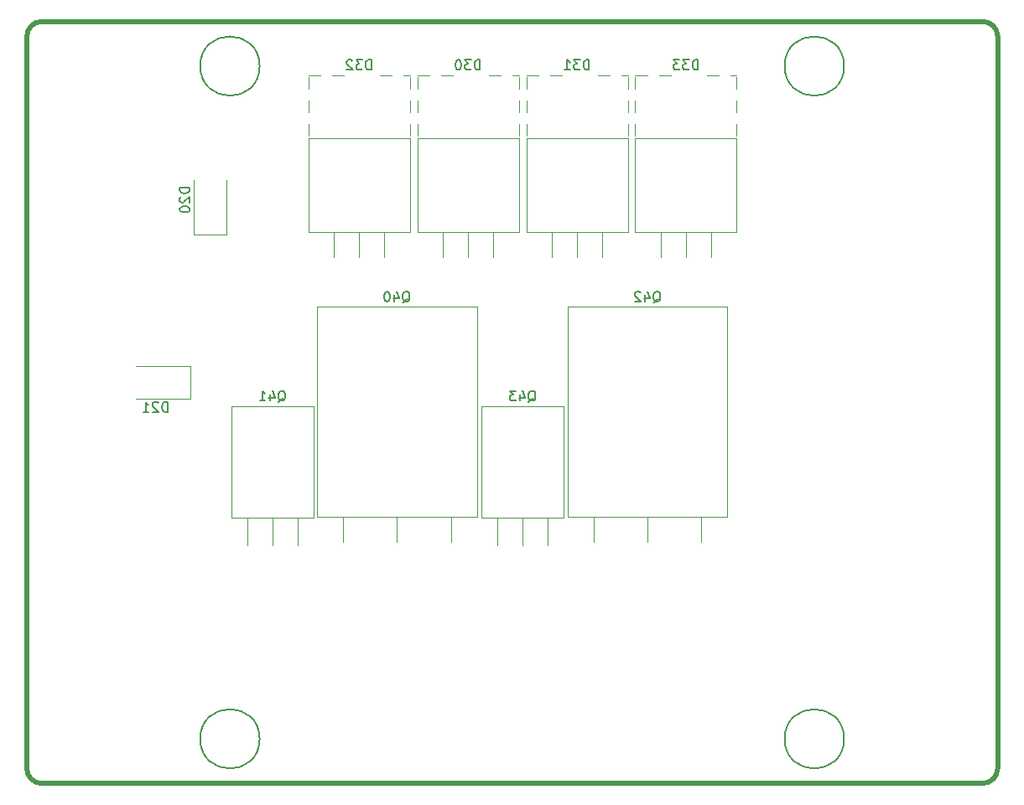
<source format=gbr>
%TF.GenerationSoftware,KiCad,Pcbnew,8.0.7-8.0.7-0~ubuntu22.04.1*%
%TF.CreationDate,2024-12-24T00:34:09+00:00*%
%TF.ProjectId,pcb_power,7063625f-706f-4776-9572-2e6b69636164,1.0.0*%
%TF.SameCoordinates,Original*%
%TF.FileFunction,Legend,Bot*%
%TF.FilePolarity,Positive*%
%FSLAX46Y46*%
G04 Gerber Fmt 4.6, Leading zero omitted, Abs format (unit mm)*
G04 Created by KiCad (PCBNEW 8.0.7-8.0.7-0~ubuntu22.04.1) date 2024-12-24 00:34:09*
%MOMM*%
%LPD*%
G01*
G04 APERTURE LIST*
%ADD10C,0.500000*%
%ADD11C,0.150000*%
%ADD12C,0.120000*%
G04 APERTURE END LIST*
D10*
X58500000Y-20500000D02*
X153500000Y-20500000D01*
D11*
X80500000Y-25000000D02*
G75*
G02*
X74500000Y-25000000I-3000000J0D01*
G01*
X74500000Y-25000000D02*
G75*
G02*
X80500000Y-25000000I3000000J0D01*
G01*
X80500000Y-93000000D02*
G75*
G02*
X74500000Y-93000000I-3000000J0D01*
G01*
X74500000Y-93000000D02*
G75*
G02*
X80500000Y-93000000I3000000J0D01*
G01*
D10*
X153500000Y-97500000D02*
X58500000Y-97500000D01*
X57000000Y-96000000D02*
X57000000Y-22000000D01*
D11*
X139500000Y-93000000D02*
G75*
G02*
X133500000Y-93000000I-3000000J0D01*
G01*
X133500000Y-93000000D02*
G75*
G02*
X139500000Y-93000000I3000000J0D01*
G01*
D10*
X57000000Y-22000000D02*
G75*
G02*
X58500000Y-20500000I1500000J0D01*
G01*
X58500000Y-97500000D02*
G75*
G02*
X57000000Y-96000000I0J1500000D01*
G01*
X155000000Y-22000000D02*
X155000000Y-96000000D01*
X153500000Y-20500000D02*
G75*
G02*
X155000000Y-22000000I0J-1500000D01*
G01*
X155000000Y-96000000D02*
G75*
G02*
X153500000Y-97500000I-1500000J0D01*
G01*
D11*
X139500000Y-25000000D02*
G75*
G02*
X133500000Y-25000000I-3000000J0D01*
G01*
X133500000Y-25000000D02*
G75*
G02*
X139500000Y-25000000I3000000J0D01*
G01*
X71214285Y-59954819D02*
X71214285Y-58954819D01*
X71214285Y-58954819D02*
X70976190Y-58954819D01*
X70976190Y-58954819D02*
X70833333Y-59002438D01*
X70833333Y-59002438D02*
X70738095Y-59097676D01*
X70738095Y-59097676D02*
X70690476Y-59192914D01*
X70690476Y-59192914D02*
X70642857Y-59383390D01*
X70642857Y-59383390D02*
X70642857Y-59526247D01*
X70642857Y-59526247D02*
X70690476Y-59716723D01*
X70690476Y-59716723D02*
X70738095Y-59811961D01*
X70738095Y-59811961D02*
X70833333Y-59907200D01*
X70833333Y-59907200D02*
X70976190Y-59954819D01*
X70976190Y-59954819D02*
X71214285Y-59954819D01*
X70261904Y-59050057D02*
X70214285Y-59002438D01*
X70214285Y-59002438D02*
X70119047Y-58954819D01*
X70119047Y-58954819D02*
X69880952Y-58954819D01*
X69880952Y-58954819D02*
X69785714Y-59002438D01*
X69785714Y-59002438D02*
X69738095Y-59050057D01*
X69738095Y-59050057D02*
X69690476Y-59145295D01*
X69690476Y-59145295D02*
X69690476Y-59240533D01*
X69690476Y-59240533D02*
X69738095Y-59383390D01*
X69738095Y-59383390D02*
X70309523Y-59954819D01*
X70309523Y-59954819D02*
X69690476Y-59954819D01*
X68738095Y-59954819D02*
X69309523Y-59954819D01*
X69023809Y-59954819D02*
X69023809Y-58954819D01*
X69023809Y-58954819D02*
X69119047Y-59097676D01*
X69119047Y-59097676D02*
X69214285Y-59192914D01*
X69214285Y-59192914D02*
X69309523Y-59240533D01*
X102754285Y-25374819D02*
X102754285Y-24374819D01*
X102754285Y-24374819D02*
X102516190Y-24374819D01*
X102516190Y-24374819D02*
X102373333Y-24422438D01*
X102373333Y-24422438D02*
X102278095Y-24517676D01*
X102278095Y-24517676D02*
X102230476Y-24612914D01*
X102230476Y-24612914D02*
X102182857Y-24803390D01*
X102182857Y-24803390D02*
X102182857Y-24946247D01*
X102182857Y-24946247D02*
X102230476Y-25136723D01*
X102230476Y-25136723D02*
X102278095Y-25231961D01*
X102278095Y-25231961D02*
X102373333Y-25327200D01*
X102373333Y-25327200D02*
X102516190Y-25374819D01*
X102516190Y-25374819D02*
X102754285Y-25374819D01*
X101849523Y-24374819D02*
X101230476Y-24374819D01*
X101230476Y-24374819D02*
X101563809Y-24755771D01*
X101563809Y-24755771D02*
X101420952Y-24755771D01*
X101420952Y-24755771D02*
X101325714Y-24803390D01*
X101325714Y-24803390D02*
X101278095Y-24851009D01*
X101278095Y-24851009D02*
X101230476Y-24946247D01*
X101230476Y-24946247D02*
X101230476Y-25184342D01*
X101230476Y-25184342D02*
X101278095Y-25279580D01*
X101278095Y-25279580D02*
X101325714Y-25327200D01*
X101325714Y-25327200D02*
X101420952Y-25374819D01*
X101420952Y-25374819D02*
X101706666Y-25374819D01*
X101706666Y-25374819D02*
X101801904Y-25327200D01*
X101801904Y-25327200D02*
X101849523Y-25279580D01*
X100611428Y-24374819D02*
X100516190Y-24374819D01*
X100516190Y-24374819D02*
X100420952Y-24422438D01*
X100420952Y-24422438D02*
X100373333Y-24470057D01*
X100373333Y-24470057D02*
X100325714Y-24565295D01*
X100325714Y-24565295D02*
X100278095Y-24755771D01*
X100278095Y-24755771D02*
X100278095Y-24993866D01*
X100278095Y-24993866D02*
X100325714Y-25184342D01*
X100325714Y-25184342D02*
X100373333Y-25279580D01*
X100373333Y-25279580D02*
X100420952Y-25327200D01*
X100420952Y-25327200D02*
X100516190Y-25374819D01*
X100516190Y-25374819D02*
X100611428Y-25374819D01*
X100611428Y-25374819D02*
X100706666Y-25327200D01*
X100706666Y-25327200D02*
X100754285Y-25279580D01*
X100754285Y-25279580D02*
X100801904Y-25184342D01*
X100801904Y-25184342D02*
X100849523Y-24993866D01*
X100849523Y-24993866D02*
X100849523Y-24755771D01*
X100849523Y-24755771D02*
X100801904Y-24565295D01*
X100801904Y-24565295D02*
X100754285Y-24470057D01*
X100754285Y-24470057D02*
X100706666Y-24422438D01*
X100706666Y-24422438D02*
X100611428Y-24374819D01*
X91754285Y-25374819D02*
X91754285Y-24374819D01*
X91754285Y-24374819D02*
X91516190Y-24374819D01*
X91516190Y-24374819D02*
X91373333Y-24422438D01*
X91373333Y-24422438D02*
X91278095Y-24517676D01*
X91278095Y-24517676D02*
X91230476Y-24612914D01*
X91230476Y-24612914D02*
X91182857Y-24803390D01*
X91182857Y-24803390D02*
X91182857Y-24946247D01*
X91182857Y-24946247D02*
X91230476Y-25136723D01*
X91230476Y-25136723D02*
X91278095Y-25231961D01*
X91278095Y-25231961D02*
X91373333Y-25327200D01*
X91373333Y-25327200D02*
X91516190Y-25374819D01*
X91516190Y-25374819D02*
X91754285Y-25374819D01*
X90849523Y-24374819D02*
X90230476Y-24374819D01*
X90230476Y-24374819D02*
X90563809Y-24755771D01*
X90563809Y-24755771D02*
X90420952Y-24755771D01*
X90420952Y-24755771D02*
X90325714Y-24803390D01*
X90325714Y-24803390D02*
X90278095Y-24851009D01*
X90278095Y-24851009D02*
X90230476Y-24946247D01*
X90230476Y-24946247D02*
X90230476Y-25184342D01*
X90230476Y-25184342D02*
X90278095Y-25279580D01*
X90278095Y-25279580D02*
X90325714Y-25327200D01*
X90325714Y-25327200D02*
X90420952Y-25374819D01*
X90420952Y-25374819D02*
X90706666Y-25374819D01*
X90706666Y-25374819D02*
X90801904Y-25327200D01*
X90801904Y-25327200D02*
X90849523Y-25279580D01*
X89849523Y-24470057D02*
X89801904Y-24422438D01*
X89801904Y-24422438D02*
X89706666Y-24374819D01*
X89706666Y-24374819D02*
X89468571Y-24374819D01*
X89468571Y-24374819D02*
X89373333Y-24422438D01*
X89373333Y-24422438D02*
X89325714Y-24470057D01*
X89325714Y-24470057D02*
X89278095Y-24565295D01*
X89278095Y-24565295D02*
X89278095Y-24660533D01*
X89278095Y-24660533D02*
X89325714Y-24803390D01*
X89325714Y-24803390D02*
X89897142Y-25374819D01*
X89897142Y-25374819D02*
X89278095Y-25374819D01*
X107611428Y-58930057D02*
X107706666Y-58882438D01*
X107706666Y-58882438D02*
X107801904Y-58787200D01*
X107801904Y-58787200D02*
X107944761Y-58644342D01*
X107944761Y-58644342D02*
X108039999Y-58596723D01*
X108039999Y-58596723D02*
X108135237Y-58596723D01*
X108087618Y-58834819D02*
X108182856Y-58787200D01*
X108182856Y-58787200D02*
X108278094Y-58691961D01*
X108278094Y-58691961D02*
X108325713Y-58501485D01*
X108325713Y-58501485D02*
X108325713Y-58168152D01*
X108325713Y-58168152D02*
X108278094Y-57977676D01*
X108278094Y-57977676D02*
X108182856Y-57882438D01*
X108182856Y-57882438D02*
X108087618Y-57834819D01*
X108087618Y-57834819D02*
X107897142Y-57834819D01*
X107897142Y-57834819D02*
X107801904Y-57882438D01*
X107801904Y-57882438D02*
X107706666Y-57977676D01*
X107706666Y-57977676D02*
X107659047Y-58168152D01*
X107659047Y-58168152D02*
X107659047Y-58501485D01*
X107659047Y-58501485D02*
X107706666Y-58691961D01*
X107706666Y-58691961D02*
X107801904Y-58787200D01*
X107801904Y-58787200D02*
X107897142Y-58834819D01*
X107897142Y-58834819D02*
X108087618Y-58834819D01*
X106801904Y-58168152D02*
X106801904Y-58834819D01*
X107039999Y-57787200D02*
X107278094Y-58501485D01*
X107278094Y-58501485D02*
X106659047Y-58501485D01*
X106373332Y-57834819D02*
X105754285Y-57834819D01*
X105754285Y-57834819D02*
X106087618Y-58215771D01*
X106087618Y-58215771D02*
X105944761Y-58215771D01*
X105944761Y-58215771D02*
X105849523Y-58263390D01*
X105849523Y-58263390D02*
X105801904Y-58311009D01*
X105801904Y-58311009D02*
X105754285Y-58406247D01*
X105754285Y-58406247D02*
X105754285Y-58644342D01*
X105754285Y-58644342D02*
X105801904Y-58739580D01*
X105801904Y-58739580D02*
X105849523Y-58787200D01*
X105849523Y-58787200D02*
X105944761Y-58834819D01*
X105944761Y-58834819D02*
X106230475Y-58834819D01*
X106230475Y-58834819D02*
X106325713Y-58787200D01*
X106325713Y-58787200D02*
X106373332Y-58739580D01*
X73432319Y-37285714D02*
X72432319Y-37285714D01*
X72432319Y-37285714D02*
X72432319Y-37523809D01*
X72432319Y-37523809D02*
X72479938Y-37666666D01*
X72479938Y-37666666D02*
X72575176Y-37761904D01*
X72575176Y-37761904D02*
X72670414Y-37809523D01*
X72670414Y-37809523D02*
X72860890Y-37857142D01*
X72860890Y-37857142D02*
X73003747Y-37857142D01*
X73003747Y-37857142D02*
X73194223Y-37809523D01*
X73194223Y-37809523D02*
X73289461Y-37761904D01*
X73289461Y-37761904D02*
X73384700Y-37666666D01*
X73384700Y-37666666D02*
X73432319Y-37523809D01*
X73432319Y-37523809D02*
X73432319Y-37285714D01*
X72527557Y-38238095D02*
X72479938Y-38285714D01*
X72479938Y-38285714D02*
X72432319Y-38380952D01*
X72432319Y-38380952D02*
X72432319Y-38619047D01*
X72432319Y-38619047D02*
X72479938Y-38714285D01*
X72479938Y-38714285D02*
X72527557Y-38761904D01*
X72527557Y-38761904D02*
X72622795Y-38809523D01*
X72622795Y-38809523D02*
X72718033Y-38809523D01*
X72718033Y-38809523D02*
X72860890Y-38761904D01*
X72860890Y-38761904D02*
X73432319Y-38190476D01*
X73432319Y-38190476D02*
X73432319Y-38809523D01*
X72432319Y-39428571D02*
X72432319Y-39523809D01*
X72432319Y-39523809D02*
X72479938Y-39619047D01*
X72479938Y-39619047D02*
X72527557Y-39666666D01*
X72527557Y-39666666D02*
X72622795Y-39714285D01*
X72622795Y-39714285D02*
X72813271Y-39761904D01*
X72813271Y-39761904D02*
X73051366Y-39761904D01*
X73051366Y-39761904D02*
X73241842Y-39714285D01*
X73241842Y-39714285D02*
X73337080Y-39666666D01*
X73337080Y-39666666D02*
X73384700Y-39619047D01*
X73384700Y-39619047D02*
X73432319Y-39523809D01*
X73432319Y-39523809D02*
X73432319Y-39428571D01*
X73432319Y-39428571D02*
X73384700Y-39333333D01*
X73384700Y-39333333D02*
X73337080Y-39285714D01*
X73337080Y-39285714D02*
X73241842Y-39238095D01*
X73241842Y-39238095D02*
X73051366Y-39190476D01*
X73051366Y-39190476D02*
X72813271Y-39190476D01*
X72813271Y-39190476D02*
X72622795Y-39238095D01*
X72622795Y-39238095D02*
X72527557Y-39285714D01*
X72527557Y-39285714D02*
X72479938Y-39333333D01*
X72479938Y-39333333D02*
X72432319Y-39428571D01*
X120221428Y-48900057D02*
X120316666Y-48852438D01*
X120316666Y-48852438D02*
X120411904Y-48757200D01*
X120411904Y-48757200D02*
X120554761Y-48614342D01*
X120554761Y-48614342D02*
X120649999Y-48566723D01*
X120649999Y-48566723D02*
X120745237Y-48566723D01*
X120697618Y-48804819D02*
X120792856Y-48757200D01*
X120792856Y-48757200D02*
X120888094Y-48661961D01*
X120888094Y-48661961D02*
X120935713Y-48471485D01*
X120935713Y-48471485D02*
X120935713Y-48138152D01*
X120935713Y-48138152D02*
X120888094Y-47947676D01*
X120888094Y-47947676D02*
X120792856Y-47852438D01*
X120792856Y-47852438D02*
X120697618Y-47804819D01*
X120697618Y-47804819D02*
X120507142Y-47804819D01*
X120507142Y-47804819D02*
X120411904Y-47852438D01*
X120411904Y-47852438D02*
X120316666Y-47947676D01*
X120316666Y-47947676D02*
X120269047Y-48138152D01*
X120269047Y-48138152D02*
X120269047Y-48471485D01*
X120269047Y-48471485D02*
X120316666Y-48661961D01*
X120316666Y-48661961D02*
X120411904Y-48757200D01*
X120411904Y-48757200D02*
X120507142Y-48804819D01*
X120507142Y-48804819D02*
X120697618Y-48804819D01*
X119411904Y-48138152D02*
X119411904Y-48804819D01*
X119649999Y-47757200D02*
X119888094Y-48471485D01*
X119888094Y-48471485D02*
X119269047Y-48471485D01*
X118935713Y-47900057D02*
X118888094Y-47852438D01*
X118888094Y-47852438D02*
X118792856Y-47804819D01*
X118792856Y-47804819D02*
X118554761Y-47804819D01*
X118554761Y-47804819D02*
X118459523Y-47852438D01*
X118459523Y-47852438D02*
X118411904Y-47900057D01*
X118411904Y-47900057D02*
X118364285Y-47995295D01*
X118364285Y-47995295D02*
X118364285Y-48090533D01*
X118364285Y-48090533D02*
X118411904Y-48233390D01*
X118411904Y-48233390D02*
X118983332Y-48804819D01*
X118983332Y-48804819D02*
X118364285Y-48804819D01*
X113754285Y-25374819D02*
X113754285Y-24374819D01*
X113754285Y-24374819D02*
X113516190Y-24374819D01*
X113516190Y-24374819D02*
X113373333Y-24422438D01*
X113373333Y-24422438D02*
X113278095Y-24517676D01*
X113278095Y-24517676D02*
X113230476Y-24612914D01*
X113230476Y-24612914D02*
X113182857Y-24803390D01*
X113182857Y-24803390D02*
X113182857Y-24946247D01*
X113182857Y-24946247D02*
X113230476Y-25136723D01*
X113230476Y-25136723D02*
X113278095Y-25231961D01*
X113278095Y-25231961D02*
X113373333Y-25327200D01*
X113373333Y-25327200D02*
X113516190Y-25374819D01*
X113516190Y-25374819D02*
X113754285Y-25374819D01*
X112849523Y-24374819D02*
X112230476Y-24374819D01*
X112230476Y-24374819D02*
X112563809Y-24755771D01*
X112563809Y-24755771D02*
X112420952Y-24755771D01*
X112420952Y-24755771D02*
X112325714Y-24803390D01*
X112325714Y-24803390D02*
X112278095Y-24851009D01*
X112278095Y-24851009D02*
X112230476Y-24946247D01*
X112230476Y-24946247D02*
X112230476Y-25184342D01*
X112230476Y-25184342D02*
X112278095Y-25279580D01*
X112278095Y-25279580D02*
X112325714Y-25327200D01*
X112325714Y-25327200D02*
X112420952Y-25374819D01*
X112420952Y-25374819D02*
X112706666Y-25374819D01*
X112706666Y-25374819D02*
X112801904Y-25327200D01*
X112801904Y-25327200D02*
X112849523Y-25279580D01*
X111278095Y-25374819D02*
X111849523Y-25374819D01*
X111563809Y-25374819D02*
X111563809Y-24374819D01*
X111563809Y-24374819D02*
X111659047Y-24517676D01*
X111659047Y-24517676D02*
X111754285Y-24612914D01*
X111754285Y-24612914D02*
X111849523Y-24660533D01*
X94921428Y-48900057D02*
X95016666Y-48852438D01*
X95016666Y-48852438D02*
X95111904Y-48757200D01*
X95111904Y-48757200D02*
X95254761Y-48614342D01*
X95254761Y-48614342D02*
X95349999Y-48566723D01*
X95349999Y-48566723D02*
X95445237Y-48566723D01*
X95397618Y-48804819D02*
X95492856Y-48757200D01*
X95492856Y-48757200D02*
X95588094Y-48661961D01*
X95588094Y-48661961D02*
X95635713Y-48471485D01*
X95635713Y-48471485D02*
X95635713Y-48138152D01*
X95635713Y-48138152D02*
X95588094Y-47947676D01*
X95588094Y-47947676D02*
X95492856Y-47852438D01*
X95492856Y-47852438D02*
X95397618Y-47804819D01*
X95397618Y-47804819D02*
X95207142Y-47804819D01*
X95207142Y-47804819D02*
X95111904Y-47852438D01*
X95111904Y-47852438D02*
X95016666Y-47947676D01*
X95016666Y-47947676D02*
X94969047Y-48138152D01*
X94969047Y-48138152D02*
X94969047Y-48471485D01*
X94969047Y-48471485D02*
X95016666Y-48661961D01*
X95016666Y-48661961D02*
X95111904Y-48757200D01*
X95111904Y-48757200D02*
X95207142Y-48804819D01*
X95207142Y-48804819D02*
X95397618Y-48804819D01*
X94111904Y-48138152D02*
X94111904Y-48804819D01*
X94349999Y-47757200D02*
X94588094Y-48471485D01*
X94588094Y-48471485D02*
X93969047Y-48471485D01*
X93397618Y-47804819D02*
X93302380Y-47804819D01*
X93302380Y-47804819D02*
X93207142Y-47852438D01*
X93207142Y-47852438D02*
X93159523Y-47900057D01*
X93159523Y-47900057D02*
X93111904Y-47995295D01*
X93111904Y-47995295D02*
X93064285Y-48185771D01*
X93064285Y-48185771D02*
X93064285Y-48423866D01*
X93064285Y-48423866D02*
X93111904Y-48614342D01*
X93111904Y-48614342D02*
X93159523Y-48709580D01*
X93159523Y-48709580D02*
X93207142Y-48757200D01*
X93207142Y-48757200D02*
X93302380Y-48804819D01*
X93302380Y-48804819D02*
X93397618Y-48804819D01*
X93397618Y-48804819D02*
X93492856Y-48757200D01*
X93492856Y-48757200D02*
X93540475Y-48709580D01*
X93540475Y-48709580D02*
X93588094Y-48614342D01*
X93588094Y-48614342D02*
X93635713Y-48423866D01*
X93635713Y-48423866D02*
X93635713Y-48185771D01*
X93635713Y-48185771D02*
X93588094Y-47995295D01*
X93588094Y-47995295D02*
X93540475Y-47900057D01*
X93540475Y-47900057D02*
X93492856Y-47852438D01*
X93492856Y-47852438D02*
X93397618Y-47804819D01*
X124754285Y-25374819D02*
X124754285Y-24374819D01*
X124754285Y-24374819D02*
X124516190Y-24374819D01*
X124516190Y-24374819D02*
X124373333Y-24422438D01*
X124373333Y-24422438D02*
X124278095Y-24517676D01*
X124278095Y-24517676D02*
X124230476Y-24612914D01*
X124230476Y-24612914D02*
X124182857Y-24803390D01*
X124182857Y-24803390D02*
X124182857Y-24946247D01*
X124182857Y-24946247D02*
X124230476Y-25136723D01*
X124230476Y-25136723D02*
X124278095Y-25231961D01*
X124278095Y-25231961D02*
X124373333Y-25327200D01*
X124373333Y-25327200D02*
X124516190Y-25374819D01*
X124516190Y-25374819D02*
X124754285Y-25374819D01*
X123849523Y-24374819D02*
X123230476Y-24374819D01*
X123230476Y-24374819D02*
X123563809Y-24755771D01*
X123563809Y-24755771D02*
X123420952Y-24755771D01*
X123420952Y-24755771D02*
X123325714Y-24803390D01*
X123325714Y-24803390D02*
X123278095Y-24851009D01*
X123278095Y-24851009D02*
X123230476Y-24946247D01*
X123230476Y-24946247D02*
X123230476Y-25184342D01*
X123230476Y-25184342D02*
X123278095Y-25279580D01*
X123278095Y-25279580D02*
X123325714Y-25327200D01*
X123325714Y-25327200D02*
X123420952Y-25374819D01*
X123420952Y-25374819D02*
X123706666Y-25374819D01*
X123706666Y-25374819D02*
X123801904Y-25327200D01*
X123801904Y-25327200D02*
X123849523Y-25279580D01*
X122897142Y-24374819D02*
X122278095Y-24374819D01*
X122278095Y-24374819D02*
X122611428Y-24755771D01*
X122611428Y-24755771D02*
X122468571Y-24755771D01*
X122468571Y-24755771D02*
X122373333Y-24803390D01*
X122373333Y-24803390D02*
X122325714Y-24851009D01*
X122325714Y-24851009D02*
X122278095Y-24946247D01*
X122278095Y-24946247D02*
X122278095Y-25184342D01*
X122278095Y-25184342D02*
X122325714Y-25279580D01*
X122325714Y-25279580D02*
X122373333Y-25327200D01*
X122373333Y-25327200D02*
X122468571Y-25374819D01*
X122468571Y-25374819D02*
X122754285Y-25374819D01*
X122754285Y-25374819D02*
X122849523Y-25327200D01*
X122849523Y-25327200D02*
X122897142Y-25279580D01*
X82361428Y-58930057D02*
X82456666Y-58882438D01*
X82456666Y-58882438D02*
X82551904Y-58787200D01*
X82551904Y-58787200D02*
X82694761Y-58644342D01*
X82694761Y-58644342D02*
X82789999Y-58596723D01*
X82789999Y-58596723D02*
X82885237Y-58596723D01*
X82837618Y-58834819D02*
X82932856Y-58787200D01*
X82932856Y-58787200D02*
X83028094Y-58691961D01*
X83028094Y-58691961D02*
X83075713Y-58501485D01*
X83075713Y-58501485D02*
X83075713Y-58168152D01*
X83075713Y-58168152D02*
X83028094Y-57977676D01*
X83028094Y-57977676D02*
X82932856Y-57882438D01*
X82932856Y-57882438D02*
X82837618Y-57834819D01*
X82837618Y-57834819D02*
X82647142Y-57834819D01*
X82647142Y-57834819D02*
X82551904Y-57882438D01*
X82551904Y-57882438D02*
X82456666Y-57977676D01*
X82456666Y-57977676D02*
X82409047Y-58168152D01*
X82409047Y-58168152D02*
X82409047Y-58501485D01*
X82409047Y-58501485D02*
X82456666Y-58691961D01*
X82456666Y-58691961D02*
X82551904Y-58787200D01*
X82551904Y-58787200D02*
X82647142Y-58834819D01*
X82647142Y-58834819D02*
X82837618Y-58834819D01*
X81551904Y-58168152D02*
X81551904Y-58834819D01*
X81789999Y-57787200D02*
X82028094Y-58501485D01*
X82028094Y-58501485D02*
X81409047Y-58501485D01*
X80504285Y-58834819D02*
X81075713Y-58834819D01*
X80789999Y-58834819D02*
X80789999Y-57834819D01*
X80789999Y-57834819D02*
X80885237Y-57977676D01*
X80885237Y-57977676D02*
X80980475Y-58072914D01*
X80980475Y-58072914D02*
X81075713Y-58120533D01*
D12*
%TO.C,D21*%
X68000000Y-55350000D02*
X73510000Y-55350000D01*
X68000000Y-58650000D02*
X73510000Y-58650000D01*
X73510000Y-58650000D02*
X73510000Y-55350000D01*
%TO.C,D30*%
X96420000Y-25920000D02*
X97620000Y-25920000D01*
X96420000Y-27280000D02*
X96420000Y-26080000D01*
X96420000Y-29680000D02*
X96420000Y-28480000D01*
X96420000Y-32080000D02*
X96420000Y-30880000D01*
X96420000Y-32320000D02*
X106660000Y-32320000D01*
X96420000Y-41810000D02*
X96420000Y-32320000D01*
X96420000Y-41810000D02*
X106660000Y-41810000D01*
X98819000Y-25920000D02*
X100020000Y-25920000D01*
X99000000Y-44350000D02*
X99000000Y-41810000D01*
X101540000Y-44350000D02*
X101540000Y-41810000D01*
X103620000Y-25920000D02*
X104820000Y-25920000D01*
X104080000Y-44350000D02*
X104080000Y-41810000D01*
X106020000Y-25920000D02*
X106660000Y-25920000D01*
X106660000Y-27280000D02*
X106660000Y-26080000D01*
X106660000Y-29680000D02*
X106660000Y-28480000D01*
X106660000Y-32080000D02*
X106660000Y-30880000D01*
X106660000Y-41810000D02*
X106660000Y-32320000D01*
%TO.C,D32*%
X85420000Y-25920000D02*
X86620000Y-25920000D01*
X85420000Y-27280000D02*
X85420000Y-26080000D01*
X85420000Y-29680000D02*
X85420000Y-28480000D01*
X85420000Y-32080000D02*
X85420000Y-30880000D01*
X85420000Y-32320000D02*
X95660000Y-32320000D01*
X85420000Y-41810000D02*
X85420000Y-32320000D01*
X85420000Y-41810000D02*
X95660000Y-41810000D01*
X87819000Y-25920000D02*
X89020000Y-25920000D01*
X88000000Y-44350000D02*
X88000000Y-41810000D01*
X90540000Y-44350000D02*
X90540000Y-41810000D01*
X92620000Y-25920000D02*
X93820000Y-25920000D01*
X93080000Y-44350000D02*
X93080000Y-41810000D01*
X95020000Y-25920000D02*
X95660000Y-25920000D01*
X95660000Y-27280000D02*
X95660000Y-26080000D01*
X95660000Y-29680000D02*
X95660000Y-28480000D01*
X95660000Y-32080000D02*
X95660000Y-30880000D01*
X95660000Y-41810000D02*
X95660000Y-32320000D01*
%TO.C,Q43*%
X102920000Y-59380000D02*
X111160000Y-59380000D01*
X102920000Y-70620000D02*
X102920000Y-59380000D01*
X102920000Y-70620000D02*
X111160000Y-70620000D01*
X104500000Y-73450000D02*
X104500000Y-70620000D01*
X107040000Y-73434000D02*
X107040000Y-70620000D01*
X109580000Y-73434000D02*
X109580000Y-70620000D01*
X111160000Y-70620000D02*
X111160000Y-59380000D01*
%TO.C,D20*%
X73850000Y-36500000D02*
X73850000Y-42010000D01*
X73850000Y-42010000D02*
X77150000Y-42010000D01*
X77150000Y-36500000D02*
X77150000Y-42010000D01*
%TO.C,Q42*%
X111580000Y-49350000D02*
X127720000Y-49350000D01*
X111580000Y-70540000D02*
X111580000Y-49350000D01*
X111580000Y-70540000D02*
X127720000Y-70540000D01*
X114200000Y-73100000D02*
X114200000Y-70540000D01*
X119650000Y-73100000D02*
X119650000Y-70540000D01*
X125100000Y-73100000D02*
X125100000Y-70540000D01*
X127720000Y-70540000D02*
X127720000Y-49350000D01*
%TO.C,D31*%
X107420000Y-25920000D02*
X108620000Y-25920000D01*
X107420000Y-27280000D02*
X107420000Y-26080000D01*
X107420000Y-29680000D02*
X107420000Y-28480000D01*
X107420000Y-32080000D02*
X107420000Y-30880000D01*
X107420000Y-32320000D02*
X117660000Y-32320000D01*
X107420000Y-41810000D02*
X107420000Y-32320000D01*
X107420000Y-41810000D02*
X117660000Y-41810000D01*
X109819000Y-25920000D02*
X111020000Y-25920000D01*
X110000000Y-44350000D02*
X110000000Y-41810000D01*
X112540000Y-44350000D02*
X112540000Y-41810000D01*
X114620000Y-25920000D02*
X115820000Y-25920000D01*
X115080000Y-44350000D02*
X115080000Y-41810000D01*
X117020000Y-25920000D02*
X117660000Y-25920000D01*
X117660000Y-27280000D02*
X117660000Y-26080000D01*
X117660000Y-29680000D02*
X117660000Y-28480000D01*
X117660000Y-32080000D02*
X117660000Y-30880000D01*
X117660000Y-41810000D02*
X117660000Y-32320000D01*
%TO.C,Q40*%
X86280000Y-49350000D02*
X102420000Y-49350000D01*
X86280000Y-70540000D02*
X86280000Y-49350000D01*
X86280000Y-70540000D02*
X102420000Y-70540000D01*
X88900000Y-73100000D02*
X88900000Y-70540000D01*
X94350000Y-73100000D02*
X94350000Y-70540000D01*
X99800000Y-73100000D02*
X99800000Y-70540000D01*
X102420000Y-70540000D02*
X102420000Y-49350000D01*
%TO.C,D33*%
X118420000Y-25920000D02*
X119620000Y-25920000D01*
X118420000Y-27280000D02*
X118420000Y-26080000D01*
X118420000Y-29680000D02*
X118420000Y-28480000D01*
X118420000Y-32080000D02*
X118420000Y-30880000D01*
X118420000Y-32320000D02*
X128660000Y-32320000D01*
X118420000Y-41810000D02*
X118420000Y-32320000D01*
X118420000Y-41810000D02*
X128660000Y-41810000D01*
X120819000Y-25920000D02*
X122020000Y-25920000D01*
X121000000Y-44350000D02*
X121000000Y-41810000D01*
X123540000Y-44350000D02*
X123540000Y-41810000D01*
X125620000Y-25920000D02*
X126820000Y-25920000D01*
X126080000Y-44350000D02*
X126080000Y-41810000D01*
X128020000Y-25920000D02*
X128660000Y-25920000D01*
X128660000Y-27280000D02*
X128660000Y-26080000D01*
X128660000Y-29680000D02*
X128660000Y-28480000D01*
X128660000Y-32080000D02*
X128660000Y-30880000D01*
X128660000Y-41810000D02*
X128660000Y-32320000D01*
%TO.C,Q41*%
X77670000Y-59380000D02*
X85910000Y-59380000D01*
X77670000Y-70620000D02*
X77670000Y-59380000D01*
X77670000Y-70620000D02*
X85910000Y-70620000D01*
X79250000Y-73450000D02*
X79250000Y-70620000D01*
X81790000Y-73434000D02*
X81790000Y-70620000D01*
X84330000Y-73434000D02*
X84330000Y-70620000D01*
X85910000Y-70620000D02*
X85910000Y-59380000D01*
%TD*%
M02*

</source>
